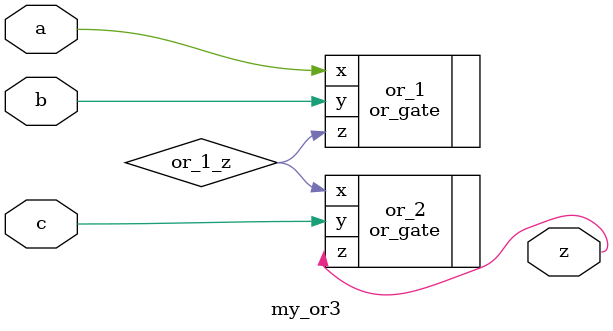
<source format=v>
module my_or3 (
           input a,
           input b,
           input c,
           output z
       );

wire or_1_z;

or_gate or_1 (
            .x(a),
            .y(b),
            .z(or_1_z)
        );

or_gate or_2 (
            .x(or_1_z),
            .y(c),
            .z(z)
        );

endmodule

</source>
